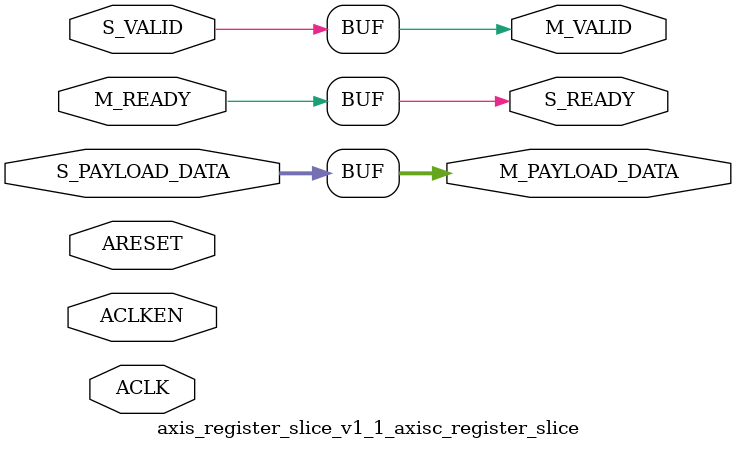
<source format=v>

`timescale 1ps/1ps

(* DowngradeIPIdentifiedWarnings="yes" *)
module axis_register_slice_v1_1_axisc_register_slice #
  (
   parameter C_FAMILY     = "virtex6",
   parameter C_DATA_WIDTH = 32,
   parameter C_REG_CONFIG = 32'h00000000
   // C_REG_CONFIG:
   //   0 => BYPASS    = The channel is just wired through the module.
   //   1 => FWD_REV   = Both FWD and REV (fully-registered)
   //   2 => FWD       = The master VALID and payload signals are registrated. 
   //   3 => REV       = The slave ready signal is registrated
   //   4 => RESERVED (all outputs driven to 0).
   //   5 => RESERVED (all outputs driven to 0).
   //   6 => INPUTS    = Slave and Master side inputs are registrated.
   //   7 => LIGHT_WT  = 1-stage pipeline register with bubble cycle, both FWD and REV pipelining
   )
  (
   // System Signals
   input wire ACLK,
   input wire ARESET,
   input wire ACLKEN,

   // Slave side
   input  wire [C_DATA_WIDTH-1:0] S_PAYLOAD_DATA,
   input  wire S_VALID,
   output wire S_READY,

   // Master side
   output  wire [C_DATA_WIDTH-1:0] M_PAYLOAD_DATA,
   output wire M_VALID,
   input  wire M_READY
   );

  generate
  ////////////////////////////////////////////////////////////////////
  //
  // C_REG_CONFIG = 0
  // Bypass mode
  //
  ////////////////////////////////////////////////////////////////////
    if (C_REG_CONFIG == 32'h00000000)
    begin
      assign M_PAYLOAD_DATA = S_PAYLOAD_DATA;
      assign M_VALID        = S_VALID;
      assign S_READY        = M_READY;      
    end
  ////////////////////////////////////////////////////////////////////
  //
  // C_REG_CONFIG = 1 (or 8)
  // Both FWD and REV mode
  //
  ////////////////////////////////////////////////////////////////////
    else if ((C_REG_CONFIG == 32'h00000001) || (C_REG_CONFIG == 32'h00000008))
    begin
      reg [1:0] state;
      localparam [1:0] 
        ZERO = 2'b10,
        ONE  = 2'b11,
        TWO  = 2'b01;
      
      reg [C_DATA_WIDTH-1:0] storage_data1;
      reg [C_DATA_WIDTH-1:0] storage_data2;
      reg                    load_s1;
      wire                   load_s2;
      wire                   load_s1_from_s2;
      reg                    s_ready_i; //local signal of output
      wire                   m_valid_i; //local signal of output

      // assign local signal to its output signal
      assign S_READY = s_ready_i;
      assign M_VALID = m_valid_i;

      (* equivalent_register_removal = "no" *) reg [1:0] areset_d; // Reset delay register
      always @(posedge ACLK) begin
        if (ACLKEN) begin
          areset_d <= {areset_d[0], ARESET};
        end
      end
      
      // Load storage1 with either slave side data or from storage2
      always @(posedge ACLK) 
      begin
        if (ACLKEN) begin
          storage_data1 <= ~load_s1 ? storage_data1 : 
                           load_s1_from_s2 ? storage_data2 : 
                           S_PAYLOAD_DATA; 
        end
      end

      // Load storage2 with slave side data
      always @(posedge ACLK) 
      begin
        if (ACLKEN) begin
          storage_data2 <= load_s2 ? S_PAYLOAD_DATA : storage_data2;
        end
      end

      assign M_PAYLOAD_DATA = storage_data1;

      // Always load s2 on a valid transaction even if it's unnecessary
      assign load_s2 = S_VALID & s_ready_i;

      // Loading s1
      always @ *
      begin
        if ( ((state == ZERO) && (S_VALID == 1)) || // Load when empty on slave transaction
             // Load when ONE if we both have read and write at the same time
             ((state == ONE) && (S_VALID == 1) && (M_READY == 1)) ||
             // Load when TWO and we have a transaction on Master side
             ((state == TWO) && (M_READY == 1)))
          load_s1 = 1'b1;
        else
          load_s1 = 1'b0;
      end // always @ *

      assign load_s1_from_s2 = (state == TWO);
                       
      // State Machine for handling output signals
      always @(posedge ACLK) begin
        if (ARESET) begin
          s_ready_i <= 1'b0;
          state <= ZERO;
        end else if (ACLKEN && areset_d == 2'b10) begin
          s_ready_i <= 1'b1;
          state <= ZERO;
        end else if (ACLKEN && areset_d == 2'b00) begin
          case (state)
            // No transaction stored locally
            ZERO: if (S_VALID) state <= ONE; // Got one so move to ONE

            // One transaction stored locally
            ONE: begin
              if (M_READY & ~S_VALID) state <= ZERO; // Read out one so move to ZERO
              if (~M_READY & S_VALID) begin
                state <= TWO;  // Got another one so move to TWO
                s_ready_i <= 1'b0;
              end
            end

            // TWO transaction stored locally
            TWO: if (M_READY) begin
              state <= ONE; // Read out one so move to ONE
              s_ready_i <= 1'b1;
            end

            default: 
              state <= ZERO;

          endcase // case (state)
        end
      end // always @ (posedge ACLK)
      
      assign m_valid_i = state[0];

    end // if (C_REG_CONFIG == 1)
    
  ////////////////////////////////////////////////////////////////////
  //
  // C_REG_CONFIG = 2
  // Only FWD mode
  //
  ////////////////////////////////////////////////////////////////////
    else if (C_REG_CONFIG == 32'h00000002)
    begin
      reg [C_DATA_WIDTH-1:0] storage_data;
      wire                   s_ready_i; //local signal of output
      reg                    m_valid_i; //local signal of output

      // assign local signal to its output signal
      assign S_READY = s_ready_i;
      assign M_VALID = m_valid_i;

      (* equivalent_register_removal = "no" *) reg [1:0] areset_d; // Reset delay register
      always @(posedge ACLK) begin
        if (ACLKEN) begin
          areset_d <= {areset_d[0], ARESET};
        end
      end
      
      // Save payload data whenever we have a transaction on the slave side
      always @(posedge ACLK) 
      begin
        if (ACLKEN)
          storage_data <= (S_VALID & s_ready_i) ? S_PAYLOAD_DATA : storage_data;
      end

      assign M_PAYLOAD_DATA = storage_data;
      
      // M_Valid set to high when we have a completed transfer on slave side
      // Is removed on a M_READY except if we have a new transfer on the slave side
      always @(posedge ACLK) begin
        if (areset_d) begin
          m_valid_i <= 1'b0;
        end 
        else if (ACLKEN) begin
            m_valid_i <= S_VALID ? 1'b1 :  // Always set m_valid_i when slave side is valid
                       M_READY ? 1'b0 :  // Clear (or keep) when no slave side is valid but master side is ready
                         m_valid_i;
        end
      end // always @ (posedge ACLK)
      
      // Slave Ready is either when Master side drives M_Ready or we have space in our storage data
      assign s_ready_i = (M_READY | ~m_valid_i) & ~|areset_d;

    end // if (C_REG_CONFIG == 2)
  ////////////////////////////////////////////////////////////////////
  //
  // C_REG_CONFIG = 3
  // Only REV mode
  //
  ////////////////////////////////////////////////////////////////////
    else if (C_REG_CONFIG == 32'h00000003)
    begin
      reg [C_DATA_WIDTH-1:0] storage_data;
      reg                    s_ready_i; //local signal of output
      reg                    has_valid_storage_i;
      reg                    has_valid_storage;

      (* equivalent_register_removal = "no" *) reg areset_d; // Reset delay register
      always @(posedge ACLK) begin
        if (ACLKEN) begin
          areset_d <= ARESET;
        end
      end
      
      // Save payload data whenever we have a transaction on the slave side
      always @(posedge ACLK) 
      begin
        if (ACLKEN)
          storage_data <= (S_VALID & s_ready_i) ? S_PAYLOAD_DATA : storage_data;
      end

      assign M_PAYLOAD_DATA = has_valid_storage ? storage_data : S_PAYLOAD_DATA;

      // Need to determine when we need to save a payload
      // Need a combinatorial signals since it will also effect S_READY
      always @ *
      begin
        // Set the value if we have a slave transaction but master side is not ready
        if (S_VALID & s_ready_i & ~M_READY)
          has_valid_storage_i = 1'b1;
        
        // Clear the value if it's set and Master side completes the transaction but we don't have a new slave side 
        // transaction 
        else if ( (has_valid_storage == 1) && (M_READY == 1) && ( (S_VALID == 0) || (s_ready_i == 0)))
          has_valid_storage_i = 1'b0;
        else
          has_valid_storage_i = has_valid_storage;
      end // always @ *

      always @(posedge ACLK) 
      begin
        if (ARESET) begin
          has_valid_storage <= 1'b0;
        end
        else if (ACLKEN) begin
          has_valid_storage <= has_valid_storage_i;
        end
      end

      // S_READY is either clocked M_READY or that we have room in local storage
      always @(posedge ACLK) begin
        if (ARESET) begin
          s_ready_i <= 1'b0;
        end
        else if (ACLKEN) begin
          s_ready_i <= M_READY | ~has_valid_storage_i;
        end
      end

      // assign local signal to its output signal
      assign S_READY = s_ready_i;

      // M_READY is either combinatorial S_READY or that we have valid data in local storage
      assign M_VALID = (S_VALID | has_valid_storage) & ~areset_d;
      
    end // if (C_REG_CONFIG == 3)
    
  ////////////////////////////////////////////////////////////////////
  //
  // C_REG_CONFIG = 4 or 5 is NO LONGER SUPPORTED
  //
  ////////////////////////////////////////////////////////////////////
    else if ((C_REG_CONFIG == 32'h00000004) || (C_REG_CONFIG == 32'h00000005))
    begin
// synthesis translate_off
      initial begin  
        $display ("ERROR: For axi_register_slice, C_REG_CONFIG = 4 or 5 is RESERVED.");
      end
// synthesis translate_on
      assign M_PAYLOAD_DATA = 0;
      assign M_VALID        = 1'b0;
      assign S_READY        = 1'b0;    
    end  

  ////////////////////////////////////////////////////////////////////
  //
  // C_REG_CONFIG = 6
  // INPUTS mode
  //
  ////////////////////////////////////////////////////////////////////
    else if (C_REG_CONFIG == 32'h00000006)
    begin
      reg [1:0] state;
      reg [1:0] next_state;
      localparam [1:0] 
        ZERO = 2'b00,
        ONE  = 2'b01,
        TWO  = 2'b11;

      reg [C_DATA_WIDTH-1:0] storage_data1;
      reg [C_DATA_WIDTH-1:0] storage_data2;
      reg                    s_valid_d;
      reg                    s_ready_d;
      reg                    m_ready_d;
      reg                    m_valid_d;
      reg                    load_s2;
      reg                    sel_s2;
      wire                   new_access;
      wire                   access_done;
      wire                   s_ready_i; //local signal of output
      reg                    s_ready_ii;
      reg                    m_valid_i; //local signal of output
      
      (* equivalent_register_removal = "no" *) reg areset_d; // Reset delay register
      always @(posedge ACLK) begin
        if (ACLKEN) begin
          areset_d <= ARESET;
        end
      end
      
      // assign local signal to its output signal
      assign S_READY = s_ready_i;
      assign M_VALID = m_valid_i;
      assign s_ready_i = s_ready_ii & ~areset_d;

      // Registrate input control signals
      always @(posedge ACLK) 
      begin
        if (ARESET) begin          
          s_valid_d <= 1'b0;
          s_ready_d <= 1'b0;
          m_ready_d <= 1'b0;
        end else if (ACLKEN) begin
          s_valid_d <= S_VALID;
          s_ready_d <= s_ready_i;
          m_ready_d <= M_READY;
        end
      end // always @ (posedge ACLK)

      // Load storage1 with slave side payload data when slave side ready is high
      always @(posedge ACLK) 
      begin
        if (ACLKEN)
          storage_data1 <= (s_ready_i) ? S_PAYLOAD_DATA : storage_data1;          
      end

      // Load storage2 with storage data 
      always @(posedge ACLK) 
      begin
        if (ACLKEN)
          storage_data2 <= load_s2 ? storage_data1 : storage_data2;
      end

      always @(posedge ACLK) 
      begin
        if (ARESET) 
          m_valid_d <= 1'b0;
        else if (ACLKEN)
          m_valid_d <= m_valid_i;
      end

      // Local help signals
      assign new_access  = s_ready_d & s_valid_d;
      assign access_done = m_ready_d & m_valid_d;


      // State Machine for handling output signals
      always @*
      begin
        next_state = state; // Stay in the same state unless we need to move to another state
        load_s2   = 0;
        sel_s2    = 0;
        m_valid_i = 0;
        s_ready_ii = 0;
        case (state)
            // No transaction stored locally
            ZERO: begin
              load_s2   = 0;
              sel_s2    = 0;
              m_valid_i = 0;
              s_ready_ii = 1;
              if (new_access) begin
                next_state = ONE; // Got one so move to ONE
                load_s2   = 1;
                m_valid_i = 0;
              end
              else begin
                next_state = next_state;
                load_s2   = load_s2;
                m_valid_i = m_valid_i;
              end

            end // case: ZERO

            // One transaction stored locally
            ONE: begin
              load_s2   = 0;
              sel_s2    = 1;
              m_valid_i = 1;
              s_ready_ii = 1;
              if (~new_access & access_done) begin
                next_state = ZERO; // Read out one so move to ZERO
                m_valid_i = 0;                      
              end
              else if (new_access & ~access_done) begin
                next_state = TWO;  // Got another one so move to TWO
                s_ready_ii = 0;
              end
              else if (new_access & access_done) begin
                load_s2   = 1;
                sel_s2    = 0;
              end
              else begin
                load_s2   = load_s2;
                sel_s2    = sel_s2;
              end


            end // case: ONE

            // TWO transaction stored locally
            TWO: begin
              load_s2   = 0;
              sel_s2    = 1;
              m_valid_i = 1;
              s_ready_ii = 0;
              if (access_done) begin 
                next_state = ONE; // Read out one so move to ONE
                s_ready_ii  = 1;
                load_s2    = 1;
                sel_s2     = 0;
              end
              else begin
                next_state = next_state;
                s_ready_ii  = s_ready_ii;
                load_s2    = load_s2;
                sel_s2     = sel_s2;
              end
            end // case: TWO
        endcase // case (state)
      end // always @ *


      // State Machine for handling output signals
      always @(posedge ACLK) 
      begin
        if (ARESET) 
          state <= ZERO;
        else if (ACLKEN)
          state <= next_state; // Stay in the same state unless we need to move to another state
      end
      
      // Master Payload mux
      assign M_PAYLOAD_DATA = sel_s2?storage_data2:storage_data1;

    end // if (C_REG_CONFIG == 6)
  ////////////////////////////////////////////////////////////////////
  //
  // C_REG_CONFIG = 7
  // Light-weight mode.
  // 1-stage pipeline register with bubble cycle, both FWD and REV pipelining
  // Operates same as 1-deep FIFO
  //
  ////////////////////////////////////////////////////////////////////
    else if (C_REG_CONFIG == 32'h00000007)
    begin
      reg [C_DATA_WIDTH-1:0] storage_data1;
      reg                    s_ready_i; //local signal of output
      reg                    m_valid_i; //local signal of output

      // assign local signal to its output signal
      assign S_READY = s_ready_i;
      assign M_VALID = m_valid_i;

      (* equivalent_register_removal = "no" *) reg [1:0] areset_d; // Reset delay register
      always @(posedge ACLK) begin
        if (ACLKEN) begin
          areset_d <= {areset_d[0], ARESET};
        end
      end
      
      // Load storage1 with slave side data
      always @(posedge ACLK) 
      begin
        if (ARESET) begin
          s_ready_i <= 1'b0;
          m_valid_i <= 1'b0;
        end else if (ACLKEN && areset_d == 2'b10) begin
          s_ready_i <= 1'b1;
        end else if (ACLKEN && areset_d == 2'b00) begin
          if (m_valid_i & M_READY) begin
            s_ready_i <= 1'b1;
            m_valid_i <= 1'b0;
          end else if (S_VALID & s_ready_i) begin
            s_ready_i <= 1'b0;
            m_valid_i <= 1'b1;
          end
        end
        if (~m_valid_i) begin
          storage_data1 <= S_PAYLOAD_DATA;        
        end
      end
      assign M_PAYLOAD_DATA = storage_data1;
    end // if (C_REG_CONFIG == 7)
    
    else begin : default_case
      // Passthrough
      assign M_PAYLOAD_DATA = S_PAYLOAD_DATA;
      assign M_VALID        = S_VALID;
      assign S_READY        = M_READY;      
    end

  endgenerate
endmodule // axisc_register_slice

</source>
